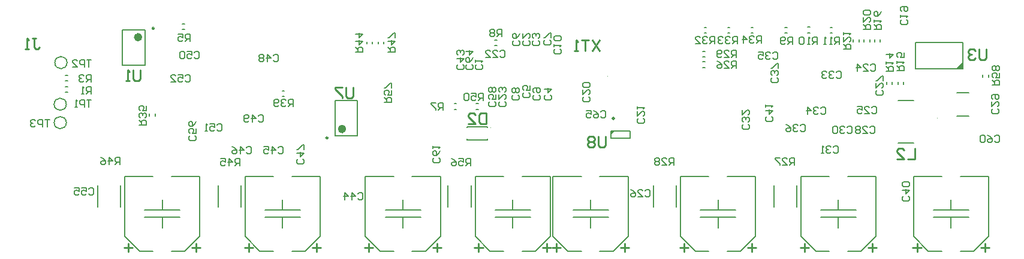
<source format=gbo>
G04*
G04 #@! TF.GenerationSoftware,Altium Limited,Altium Designer,20.0.11 (256)*
G04*
G04 Layer_Color=32896*
%FSLAX25Y25*%
%MOIN*%
G70*
G01*
G75*
%ADD10C,0.00394*%
%ADD11C,0.02362*%
%ADD12C,0.00984*%
%ADD13C,0.00787*%
%ADD14C,0.00600*%
%ADD15C,0.00500*%
%ADD16C,0.01968*%
%ADD18C,0.01000*%
%ADD20C,0.00598*%
%ADD128C,0.00591*%
G36*
X334043Y120898D02*
Y118689D01*
X336252Y120898D01*
X334043D01*
D02*
G37*
G36*
X529724Y155709D02*
Y159646D01*
X525787Y155709D01*
X529724D01*
D02*
G37*
D10*
X515503Y128102D02*
G03*
X515503Y128102I-197J0D01*
G01*
X267323Y122835D02*
G03*
X267323Y122835I-197J0D01*
G01*
X332283Y151378D02*
G03*
X332283Y151378I-197J0D01*
G01*
D11*
X185827Y122047D02*
G03*
X185827Y122047I-1181J0D01*
G01*
X72441Y173228D02*
G03*
X72441Y173228I-1181J0D01*
G01*
D12*
X176772Y117106D02*
G03*
X176772Y117106I-492J0D01*
G01*
X80118Y178169D02*
G03*
X80118Y178169I-492J0D01*
G01*
D13*
X526575Y129331D02*
X533268D01*
X526575Y142323D02*
X533268D01*
X503346Y155709D02*
X529724D01*
X503346D02*
Y170276D01*
X529724D01*
Y155709D02*
Y170276D01*
X437500Y78740D02*
Y90551D01*
X424705Y78740D02*
Y90551D01*
X370571Y78740D02*
Y90551D01*
X357775Y78740D02*
Y90551D01*
X256398Y78740D02*
Y90551D01*
X243602Y78740D02*
Y90551D01*
X254134Y115945D02*
Y116535D01*
X265551Y115945D02*
Y116535D01*
X254134Y122835D02*
Y123425D01*
X265551Y122835D02*
Y123425D01*
X254134Y115945D02*
X265551D01*
X254134Y123425D02*
X265551D01*
X180709Y118110D02*
Y137795D01*
X193307Y118110D02*
Y137795D01*
X180709Y118110D02*
X193307D01*
X180709Y137795D02*
X193307D01*
X128445Y78740D02*
Y90551D01*
X115649Y78740D02*
Y90551D01*
X493701Y114134D02*
X502362D01*
X493701Y137835D02*
X502362D01*
X61516Y78740D02*
Y90551D01*
X48720Y78740D02*
Y90551D01*
X62598Y157480D02*
X75197D01*
Y177165D01*
X62598Y157480D02*
Y177165D01*
X75197D01*
D14*
X372834Y62205D02*
X381102Y53937D01*
X372834Y62205D02*
Y95669D01*
X406299Y53937D02*
X414567Y62205D01*
Y95669D01*
X372834D02*
X388582D01*
X381102Y53937D02*
X388582D01*
X398819Y95669D02*
X414567D01*
X398819Y53937D02*
X406299D01*
X383858Y76772D02*
X403543D01*
X383858Y72835D02*
X403543D01*
X393701Y66929D02*
Y72835D01*
Y76772D02*
Y82677D01*
X130709Y62205D02*
X138976Y53937D01*
X130709Y62205D02*
Y95669D01*
X164173Y53937D02*
X172441Y62205D01*
Y95669D01*
X130709D02*
X146457D01*
X138976Y53937D02*
X146457D01*
X156693Y95669D02*
X172441D01*
X156693Y53937D02*
X164173D01*
X141732Y76772D02*
X161417D01*
X141732Y72835D02*
X161417D01*
X151575Y66929D02*
Y72835D01*
Y76772D02*
Y82677D01*
X502362Y62205D02*
X510630Y53937D01*
X502362Y62205D02*
Y95669D01*
X535827Y53937D02*
X544095Y62205D01*
Y95669D01*
X502362D02*
X518110D01*
X510630Y53937D02*
X518110D01*
X528346Y95669D02*
X544095D01*
X528346Y53937D02*
X535827D01*
X513386Y76772D02*
X533071D01*
X513386Y72835D02*
X533071D01*
X523228Y66929D02*
Y72835D01*
Y76772D02*
Y82677D01*
X258661Y62205D02*
X266929Y53937D01*
X258661Y62205D02*
Y95669D01*
X292126Y53937D02*
X300394Y62205D01*
Y95669D01*
X258661D02*
X274409D01*
X266929Y53937D02*
X274409D01*
X284646Y95669D02*
X300394D01*
X284646Y53937D02*
X292126D01*
X269685Y76772D02*
X289370D01*
X269685Y72835D02*
X289370D01*
X279527Y66929D02*
Y72835D01*
Y76772D02*
Y82677D01*
X301969Y62205D02*
X310236Y53937D01*
X301969Y62205D02*
Y95669D01*
X335433Y53937D02*
X343701Y62205D01*
Y95669D01*
X301969D02*
X317717D01*
X310236Y53937D02*
X317717D01*
X327953Y95669D02*
X343701D01*
X327953Y53937D02*
X335433D01*
X312992Y76772D02*
X332677D01*
X312992Y72835D02*
X332677D01*
X322834Y66929D02*
Y72835D01*
Y76772D02*
Y82677D01*
X439764Y62205D02*
X448032Y53937D01*
X439764Y62205D02*
Y95669D01*
X473228Y53937D02*
X481496Y62205D01*
Y95669D01*
X439764D02*
X455512D01*
X448032Y53937D02*
X455512D01*
X465748Y95669D02*
X481496D01*
X465748Y53937D02*
X473228D01*
X450787Y76772D02*
X470472D01*
X450787Y72835D02*
X470472D01*
X460630Y66929D02*
Y72835D01*
Y76772D02*
Y82677D01*
X197638Y62205D02*
X205905Y53937D01*
X197638Y62205D02*
Y95669D01*
X231102Y53937D02*
X239370Y62205D01*
Y95669D01*
X197638D02*
X213386D01*
X205905Y53937D02*
X213386D01*
X223622Y95669D02*
X239370D01*
X223622Y53937D02*
X231102D01*
X208661Y76772D02*
X228346D01*
X208661Y72835D02*
X228346D01*
X218504Y66929D02*
Y72835D01*
Y76772D02*
Y82677D01*
X63779Y62205D02*
X72047Y53937D01*
X63779Y62205D02*
Y95669D01*
X97244Y53937D02*
X105512Y62205D01*
Y95669D01*
X63779D02*
X79527D01*
X72047Y53937D02*
X79527D01*
X89764Y95669D02*
X105512D01*
X89764Y53937D02*
X97244D01*
X74803Y76772D02*
X94488D01*
X74803Y72835D02*
X94488D01*
X84645Y66929D02*
Y72835D01*
Y76772D02*
Y82677D01*
X547334Y117899D02*
X548001Y118566D01*
X549334D01*
X550000Y117899D01*
Y115233D01*
X549334Y114567D01*
X548001D01*
X547334Y115233D01*
X543335Y118566D02*
X544668Y117899D01*
X546001Y116566D01*
Y115233D01*
X545335Y114567D01*
X544002D01*
X543335Y115233D01*
Y115900D01*
X544002Y116566D01*
X546001D01*
X542003Y117899D02*
X541336Y118566D01*
X540003D01*
X539337Y117899D01*
Y115233D01*
X540003Y114567D01*
X541336D01*
X542003Y115233D01*
Y117899D01*
X498608Y182981D02*
X499274Y182314D01*
Y180981D01*
X498608Y180315D01*
X495942D01*
X495276Y180981D01*
Y182314D01*
X495942Y182981D01*
X495276Y184314D02*
Y185647D01*
Y184980D01*
X499274D01*
X498608Y184314D01*
X495942Y187646D02*
X495276Y188312D01*
Y189645D01*
X495942Y190312D01*
X498608D01*
X499274Y189645D01*
Y188312D01*
X498608Y187646D01*
X497941D01*
X497275Y188312D01*
Y190312D01*
X328437Y131679D02*
X329103Y132345D01*
X330436D01*
X331102Y131679D01*
Y129013D01*
X330436Y128347D01*
X329103D01*
X328437Y129013D01*
X324438Y132345D02*
X325771Y131679D01*
X327104Y130346D01*
Y129013D01*
X326437Y128347D01*
X325104D01*
X324438Y129013D01*
Y129679D01*
X325104Y130346D01*
X327104D01*
X320439Y132345D02*
X323105D01*
Y130346D01*
X321772Y131012D01*
X321106D01*
X320439Y130346D01*
Y129013D01*
X321106Y128347D01*
X322439D01*
X323105Y129013D01*
X256299Y101575D02*
Y105573D01*
X254300D01*
X253633Y104907D01*
Y103574D01*
X254300Y102908D01*
X256299D01*
X254966D02*
X253633Y101575D01*
X249635Y105573D02*
X252301D01*
Y103574D01*
X250968Y104241D01*
X250301D01*
X249635Y103574D01*
Y102241D01*
X250301Y101575D01*
X251634D01*
X252301Y102241D01*
X245636Y105573D02*
X246969Y104907D01*
X248302Y103574D01*
Y102241D01*
X247635Y101575D01*
X246302D01*
X245636Y102241D01*
Y102908D01*
X246302Y103574D01*
X248302D01*
X262992Y137795D02*
Y141794D01*
X260993D01*
X260326Y141128D01*
Y139795D01*
X260993Y139128D01*
X262992D01*
X261659D02*
X260326Y137795D01*
X256328Y141794D02*
X258993D01*
Y139795D01*
X257661Y140461D01*
X256994D01*
X256328Y139795D01*
Y138462D01*
X256994Y137795D01*
X258327D01*
X258993Y138462D01*
X254995Y141128D02*
X254328Y141794D01*
X252995D01*
X252329Y141128D01*
Y138462D01*
X252995Y137795D01*
X254328D01*
X254995Y138462D01*
Y141128D01*
X369291Y101969D02*
Y105967D01*
X367292D01*
X366625Y105301D01*
Y103968D01*
X367292Y103301D01*
X369291D01*
X367958D02*
X366625Y101969D01*
X362627D02*
X365293D01*
X362627Y104634D01*
Y105301D01*
X363293Y105967D01*
X364626D01*
X365293Y105301D01*
X361294D02*
X360628Y105967D01*
X359295D01*
X358628Y105301D01*
Y104634D01*
X359295Y103968D01*
X358628Y103301D01*
Y102635D01*
X359295Y101969D01*
X360628D01*
X361294Y102635D01*
Y103301D01*
X360628Y103968D01*
X361294Y104634D01*
Y105301D01*
X360628Y103968D02*
X359295D01*
X436221Y101969D02*
Y105967D01*
X434221D01*
X433555Y105301D01*
Y103968D01*
X434221Y103301D01*
X436221D01*
X434888D02*
X433555Y101969D01*
X429556D02*
X432222D01*
X429556Y104634D01*
Y105301D01*
X430222Y105967D01*
X431555D01*
X432222Y105301D01*
X428223Y105967D02*
X425557D01*
Y105301D01*
X428223Y102635D01*
Y101969D01*
X463386Y166535D02*
X467384D01*
Y168535D01*
X466718Y169201D01*
X465385D01*
X464719Y168535D01*
Y166535D01*
Y167868D02*
X463386Y169201D01*
Y173200D02*
Y170534D01*
X466052Y173200D01*
X466718D01*
X467384Y172534D01*
Y171201D01*
X466718Y170534D01*
X463386Y174533D02*
Y175866D01*
Y175199D01*
X467384D01*
X466718Y174533D01*
X474409Y177559D02*
X478408D01*
Y179558D01*
X477742Y180225D01*
X476409D01*
X475742Y179558D01*
Y177559D01*
Y178892D02*
X474409Y180225D01*
Y184224D02*
Y181558D01*
X477075Y184224D01*
X477742D01*
X478408Y183557D01*
Y182224D01*
X477742Y181558D01*
Y185556D02*
X478408Y186223D01*
Y187556D01*
X477742Y188222D01*
X475076D01*
X474409Y187556D01*
Y186223D01*
X475076Y185556D01*
X477742D01*
X480315Y177559D02*
X484314D01*
Y179558D01*
X483647Y180225D01*
X482314D01*
X481648Y179558D01*
Y177559D01*
Y178892D02*
X480315Y180225D01*
Y181558D02*
Y182891D01*
Y182224D01*
X484314D01*
X483647Y181558D01*
X484314Y187556D02*
X483647Y186223D01*
X482314Y184890D01*
X480981D01*
X480315Y185556D01*
Y186889D01*
X480981Y187556D01*
X481648D01*
X482314Y186889D01*
Y184890D01*
X493307Y154724D02*
X497306D01*
Y156724D01*
X496639Y157390D01*
X495306D01*
X494640Y156724D01*
Y154724D01*
Y156057D02*
X493307Y157390D01*
Y158723D02*
Y160056D01*
Y159390D01*
X497306D01*
X496639Y158723D01*
X497306Y164721D02*
Y162055D01*
X495306D01*
X495973Y163388D01*
Y164055D01*
X495306Y164721D01*
X493973D01*
X493307Y164055D01*
Y162722D01*
X493973Y162055D01*
X487008Y154331D02*
X491007D01*
Y156330D01*
X490340Y156997D01*
X489007D01*
X488341Y156330D01*
Y154331D01*
Y155664D02*
X487008Y156997D01*
Y158329D02*
Y159662D01*
Y158996D01*
X491007D01*
X490340Y158329D01*
X487008Y163661D02*
X491007D01*
X489007Y161662D01*
Y164328D01*
X461024Y169291D02*
Y173290D01*
X459024D01*
X458358Y172624D01*
Y171291D01*
X459024Y170624D01*
X461024D01*
X459691D02*
X458358Y169291D01*
X457025D02*
X455692D01*
X456359D01*
Y173290D01*
X457025Y172624D01*
X453693Y169291D02*
X452360D01*
X453026D01*
Y173290D01*
X453693Y172624D01*
X448819Y169379D02*
Y173378D01*
X446820D01*
X446153Y172712D01*
Y171379D01*
X446820Y170712D01*
X448819D01*
X447486D02*
X446153Y169379D01*
X444820D02*
X443487D01*
X444154D01*
Y173378D01*
X444820Y172712D01*
X441488D02*
X440822Y173378D01*
X439489D01*
X438822Y172712D01*
Y170046D01*
X439489Y169379D01*
X440822D01*
X441488Y170046D01*
Y172712D01*
X435039Y169291D02*
Y173290D01*
X433040D01*
X432374Y172624D01*
Y171291D01*
X433040Y170624D01*
X435039D01*
X433707D02*
X432374Y169291D01*
X431041Y169958D02*
X430374Y169291D01*
X429041D01*
X428375Y169958D01*
Y172624D01*
X429041Y173290D01*
X430374D01*
X431041Y172624D01*
Y171957D01*
X430374Y171291D01*
X428375D01*
X273622Y173622D02*
Y177621D01*
X271623D01*
X270956Y176954D01*
Y175621D01*
X271623Y174955D01*
X273622D01*
X272289D02*
X270956Y173622D01*
X269623Y176954D02*
X268957Y177621D01*
X267624D01*
X266957Y176954D01*
Y176288D01*
X267624Y175621D01*
X266957Y174955D01*
Y174288D01*
X267624Y173622D01*
X268957D01*
X269623Y174288D01*
Y174955D01*
X268957Y175621D01*
X269623Y176288D01*
Y176954D01*
X268957Y175621D02*
X267624D01*
X240945Y132677D02*
Y136676D01*
X238946D01*
X238279Y136009D01*
Y134677D01*
X238946Y134010D01*
X240945D01*
X239612D02*
X238279Y132677D01*
X236946Y136676D02*
X234280D01*
Y136009D01*
X236946Y133344D01*
Y132677D01*
X100000Y170866D02*
Y174865D01*
X98001D01*
X97334Y174198D01*
Y172865D01*
X98001Y172199D01*
X100000D01*
X98667D02*
X97334Y170866D01*
X93335Y174865D02*
X96001D01*
Y172865D01*
X94668Y173532D01*
X94002D01*
X93335Y172865D01*
Y171533D01*
X94002Y170866D01*
X95335D01*
X96001Y171533D01*
X45276Y148425D02*
Y152424D01*
X43276D01*
X42610Y151758D01*
Y150425D01*
X43276Y149758D01*
X45276D01*
X43943D02*
X42610Y148425D01*
X41277Y151758D02*
X40610Y152424D01*
X39277D01*
X38611Y151758D01*
Y151091D01*
X39277Y150425D01*
X39944D01*
X39277D01*
X38611Y149758D01*
Y149092D01*
X39277Y148425D01*
X40610D01*
X41277Y149092D01*
X45276Y141732D02*
Y145731D01*
X43276D01*
X42610Y145064D01*
Y143732D01*
X43276Y143065D01*
X45276D01*
X43943D02*
X42610Y141732D01*
X41277D02*
X39944D01*
X40610D01*
Y145731D01*
X41277Y145064D01*
X238372Y105815D02*
X239038Y105149D01*
Y103816D01*
X238372Y103150D01*
X235706D01*
X235039Y103816D01*
Y105149D01*
X235706Y105815D01*
X239038Y109814D02*
X238372Y108481D01*
X237039Y107148D01*
X235706D01*
X235039Y107815D01*
Y109148D01*
X235706Y109814D01*
X236372D01*
X237039Y109148D01*
Y107148D01*
X235039Y111147D02*
Y112480D01*
Y111813D01*
X239038D01*
X238372Y111147D01*
X269474Y137311D02*
X270140Y136645D01*
Y135312D01*
X269474Y134646D01*
X266808D01*
X266142Y135312D01*
Y136645D01*
X266808Y137311D01*
X270140Y141310D02*
Y138644D01*
X268141D01*
X268808Y139977D01*
Y140644D01*
X268141Y141310D01*
X266808D01*
X266142Y140644D01*
Y139311D01*
X266808Y138644D01*
X269474Y142643D02*
X270140Y143309D01*
Y144642D01*
X269474Y145309D01*
X268808D01*
X268141Y144642D01*
X267475Y145309D01*
X266808D01*
X266142Y144642D01*
Y143309D01*
X266808Y142643D01*
X267475D01*
X268141Y143309D01*
X268808Y142643D01*
X269474D01*
X268141Y143309D02*
Y144642D01*
X423411Y129044D02*
X424078Y128377D01*
Y127044D01*
X423411Y126378D01*
X420745D01*
X420079Y127044D01*
Y128377D01*
X420745Y129044D01*
X420079Y132376D02*
X424078D01*
X422078Y130377D01*
Y133043D01*
X420079Y134375D02*
Y135708D01*
Y135042D01*
X424078D01*
X423411Y134375D01*
X499395Y84556D02*
X500062Y83889D01*
Y82556D01*
X499395Y81890D01*
X496729D01*
X496063Y82556D01*
Y83889D01*
X496729Y84556D01*
X496063Y87888D02*
X500062D01*
X498062Y85888D01*
Y88554D01*
X499395Y89887D02*
X500062Y90554D01*
Y91887D01*
X499395Y92553D01*
X496729D01*
X496063Y91887D01*
Y90554D01*
X496729Y89887D01*
X499395D01*
X426561Y150697D02*
X427227Y150031D01*
Y148698D01*
X426561Y148031D01*
X423895D01*
X423228Y148698D01*
Y150031D01*
X423895Y150697D01*
X426561Y152030D02*
X427227Y152697D01*
Y154030D01*
X426561Y154696D01*
X425894D01*
X425228Y154030D01*
Y153363D01*
Y154030D01*
X424561Y154696D01*
X423895D01*
X423228Y154030D01*
Y152697D01*
X423895Y152030D01*
X427227Y156029D02*
Y158695D01*
X426561D01*
X423895Y156029D01*
X423228D01*
X439460Y123805D02*
X440127Y124471D01*
X441460D01*
X442126Y123805D01*
Y121139D01*
X441460Y120472D01*
X440127D01*
X439460Y121139D01*
X438127Y123805D02*
X437461Y124471D01*
X436128D01*
X435462Y123805D01*
Y123138D01*
X436128Y122472D01*
X436794D01*
X436128D01*
X435462Y121805D01*
Y121139D01*
X436128Y120472D01*
X437461D01*
X438127Y121139D01*
X431463Y124471D02*
X432796Y123805D01*
X434129Y122472D01*
Y121139D01*
X433462Y120472D01*
X432129D01*
X431463Y121139D01*
Y121805D01*
X432129Y122472D01*
X434129D01*
X424106Y164356D02*
X424772Y165022D01*
X426105D01*
X426772Y164356D01*
Y161690D01*
X426105Y161024D01*
X424772D01*
X424106Y161690D01*
X422773Y164356D02*
X422107Y165022D01*
X420774D01*
X420107Y164356D01*
Y163689D01*
X420774Y163023D01*
X421440D01*
X420774D01*
X420107Y162356D01*
Y161690D01*
X420774Y161024D01*
X422107D01*
X422773Y161690D01*
X416108Y165022D02*
X418774D01*
Y163023D01*
X417441Y163689D01*
X416775D01*
X416108Y163023D01*
Y161690D01*
X416775Y161024D01*
X418108D01*
X418774Y161690D01*
X450878Y133647D02*
X451544Y134314D01*
X452877D01*
X453543Y133647D01*
Y130981D01*
X452877Y130315D01*
X451544D01*
X450878Y130981D01*
X449545Y133647D02*
X448878Y134314D01*
X447545D01*
X446879Y133647D01*
Y132981D01*
X447545Y132314D01*
X448212D01*
X447545D01*
X446879Y131648D01*
Y130981D01*
X447545Y130315D01*
X448878D01*
X449545Y130981D01*
X443546Y130315D02*
Y134314D01*
X445546Y132314D01*
X442880D01*
X459539Y153726D02*
X460205Y154392D01*
X461538D01*
X462205Y153726D01*
Y151060D01*
X461538Y150394D01*
X460205D01*
X459539Y151060D01*
X458206Y153726D02*
X457540Y154392D01*
X456207D01*
X455540Y153726D01*
Y153059D01*
X456207Y152393D01*
X456873D01*
X456207D01*
X455540Y151727D01*
Y151060D01*
X456207Y150394D01*
X457540D01*
X458206Y151060D01*
X454207Y153726D02*
X453541Y154392D01*
X452208D01*
X451542Y153726D01*
Y153059D01*
X452208Y152393D01*
X452874D01*
X452208D01*
X451542Y151727D01*
Y151060D01*
X452208Y150394D01*
X453541D01*
X454207Y151060D01*
X410419Y124749D02*
X411085Y124082D01*
Y122749D01*
X410419Y122083D01*
X407753D01*
X407087Y122749D01*
Y124082D01*
X407753Y124749D01*
X410419Y126081D02*
X411085Y126748D01*
Y128081D01*
X410419Y128747D01*
X409752D01*
X409086Y128081D01*
Y127414D01*
Y128081D01*
X408420Y128747D01*
X407753D01*
X407087Y128081D01*
Y126748D01*
X407753Y126081D01*
X407087Y132746D02*
Y130080D01*
X409752Y132746D01*
X410419D01*
X411085Y132080D01*
Y130747D01*
X410419Y130080D01*
X457964Y111994D02*
X458631Y112660D01*
X459964D01*
X460630Y111994D01*
Y109328D01*
X459964Y108661D01*
X458631D01*
X457964Y109328D01*
X456631Y111994D02*
X455965Y112660D01*
X454632D01*
X453965Y111994D01*
Y111327D01*
X454632Y110661D01*
X455298D01*
X454632D01*
X453965Y109994D01*
Y109328D01*
X454632Y108661D01*
X455965D01*
X456631Y109328D01*
X452633Y108661D02*
X451300D01*
X451966D01*
Y112660D01*
X452633Y111994D01*
X465444Y123017D02*
X466111Y123684D01*
X467444D01*
X468110Y123017D01*
Y120352D01*
X467444Y119685D01*
X466111D01*
X465444Y120352D01*
X464112Y123017D02*
X463445Y123684D01*
X462112D01*
X461446Y123017D01*
Y122351D01*
X462112Y121684D01*
X462779D01*
X462112D01*
X461446Y121018D01*
Y120352D01*
X462112Y119685D01*
X463445D01*
X464112Y120352D01*
X460113Y123017D02*
X459446Y123684D01*
X458113D01*
X457447Y123017D01*
Y120352D01*
X458113Y119685D01*
X459446D01*
X460113Y120352D01*
Y123017D01*
X549002Y133375D02*
X549668Y132708D01*
Y131375D01*
X549002Y130709D01*
X546336D01*
X545669Y131375D01*
Y132708D01*
X546336Y133375D01*
X545669Y137373D02*
Y134707D01*
X548335Y137373D01*
X549002D01*
X549668Y136707D01*
Y135374D01*
X549002Y134707D01*
X546336Y138706D02*
X545669Y139373D01*
Y140705D01*
X546336Y141372D01*
X549002D01*
X549668Y140705D01*
Y139373D01*
X549002Y138706D01*
X548335D01*
X547669Y139373D01*
Y141372D01*
X478043Y123017D02*
X478709Y123684D01*
X480042D01*
X480709Y123017D01*
Y120352D01*
X480042Y119685D01*
X478709D01*
X478043Y120352D01*
X474044Y119685D02*
X476710D01*
X474044Y122351D01*
Y123017D01*
X474711Y123684D01*
X476044D01*
X476710Y123017D01*
X472711D02*
X472045Y123684D01*
X470712D01*
X470045Y123017D01*
Y122351D01*
X470712Y121684D01*
X470045Y121018D01*
Y120352D01*
X470712Y119685D01*
X472045D01*
X472711Y120352D01*
Y121018D01*
X472045Y121684D01*
X472711Y122351D01*
Y123017D01*
X472045Y121684D02*
X470712D01*
X484828Y143611D02*
X485495Y142944D01*
Y141611D01*
X484828Y140945D01*
X482163D01*
X481496Y141611D01*
Y142944D01*
X482163Y143611D01*
X481496Y147609D02*
Y144944D01*
X484162Y147609D01*
X484828D01*
X485495Y146943D01*
Y145610D01*
X484828Y144944D01*
X485495Y148942D02*
Y151608D01*
X484828D01*
X482163Y148942D01*
X481496D01*
X353240Y87584D02*
X353906Y88251D01*
X355239D01*
X355906Y87584D01*
Y84918D01*
X355239Y84252D01*
X353906D01*
X353240Y84918D01*
X349241Y84252D02*
X351907D01*
X349241Y86918D01*
Y87584D01*
X349907Y88251D01*
X351240D01*
X351907Y87584D01*
X345242Y88251D02*
X346575Y87584D01*
X347908Y86251D01*
Y84918D01*
X347242Y84252D01*
X345909D01*
X345242Y84918D01*
Y85585D01*
X345909Y86251D01*
X347908D01*
X479224Y134041D02*
X479890Y134707D01*
X481223D01*
X481890Y134041D01*
Y131375D01*
X481223Y130709D01*
X479890D01*
X479224Y131375D01*
X475225Y130709D02*
X477891D01*
X475225Y133375D01*
Y134041D01*
X475892Y134707D01*
X477225D01*
X477891Y134041D01*
X471227Y134707D02*
X473892D01*
Y132708D01*
X472559Y133375D01*
X471893D01*
X471227Y132708D01*
Y131375D01*
X471893Y130709D01*
X473226D01*
X473892Y131375D01*
X478633Y157663D02*
X479300Y158329D01*
X480633D01*
X481299Y157663D01*
Y154997D01*
X480633Y154331D01*
X479300D01*
X478633Y154997D01*
X474635Y154331D02*
X477300D01*
X474635Y156997D01*
Y157663D01*
X475301Y158329D01*
X476634D01*
X477300Y157663D01*
X471302Y154331D02*
Y158329D01*
X473302Y156330D01*
X470636D01*
X274986Y137311D02*
X275652Y136645D01*
Y135312D01*
X274986Y134646D01*
X272320D01*
X271654Y135312D01*
Y136645D01*
X272320Y137311D01*
X271654Y141310D02*
Y138644D01*
X274319Y141310D01*
X274986D01*
X275652Y140644D01*
Y139311D01*
X274986Y138644D01*
Y142643D02*
X275652Y143309D01*
Y144642D01*
X274986Y145309D01*
X274319D01*
X273653Y144642D01*
Y143976D01*
Y144642D01*
X272986Y145309D01*
X272320D01*
X271654Y144642D01*
Y143309D01*
X272320Y142643D01*
X272531Y165143D02*
X273198Y165810D01*
X274530D01*
X275197Y165143D01*
Y162478D01*
X274530Y161811D01*
X273198D01*
X272531Y162478D01*
X268532Y161811D02*
X271198D01*
X268532Y164477D01*
Y165143D01*
X269199Y165810D01*
X270532D01*
X271198Y165143D01*
X264534Y161811D02*
X267199D01*
X264534Y164477D01*
Y165143D01*
X265200Y165810D01*
X266533D01*
X267199Y165143D01*
X352151Y127863D02*
X352818Y127196D01*
Y125863D01*
X352151Y125197D01*
X349485D01*
X348819Y125863D01*
Y127196D01*
X349485Y127863D01*
X348819Y131861D02*
Y129196D01*
X351485Y131861D01*
X352151D01*
X352818Y131195D01*
Y129862D01*
X352151Y129196D01*
X348819Y133194D02*
Y134527D01*
Y133861D01*
X352818D01*
X352151Y133194D01*
X321836Y140067D02*
X322503Y139401D01*
Y138068D01*
X321836Y137402D01*
X319170D01*
X318504Y138068D01*
Y139401D01*
X319170Y140067D01*
X318504Y144066D02*
Y141400D01*
X321170Y144066D01*
X321836D01*
X322503Y143400D01*
Y142067D01*
X321836Y141400D01*
Y145399D02*
X322503Y146065D01*
Y147398D01*
X321836Y148065D01*
X319170D01*
X318504Y147398D01*
Y146065D01*
X319170Y145399D01*
X321836D01*
X305695Y166445D02*
X306361Y165779D01*
Y164446D01*
X305695Y163779D01*
X303029D01*
X302362Y164446D01*
Y165779D01*
X303029Y166445D01*
X302362Y167778D02*
Y169111D01*
Y168445D01*
X306361D01*
X305695Y167778D01*
Y171110D02*
X306361Y171777D01*
Y173110D01*
X305695Y173776D01*
X303029D01*
X302362Y173110D01*
Y171777D01*
X303029Y171110D01*
X305695D01*
X294277Y140855D02*
X294944Y140188D01*
Y138855D01*
X294277Y138189D01*
X291611D01*
X290945Y138855D01*
Y140188D01*
X291611Y140855D01*
Y142188D02*
X290945Y142854D01*
Y144187D01*
X291611Y144853D01*
X294277D01*
X294944Y144187D01*
Y142854D01*
X294277Y142188D01*
X293611D01*
X292944Y142854D01*
Y144853D01*
X282466Y140855D02*
X283133Y140188D01*
Y138855D01*
X282466Y138189D01*
X279800D01*
X279134Y138855D01*
Y140188D01*
X279800Y140855D01*
X282466Y142188D02*
X283133Y142854D01*
Y144187D01*
X282466Y144853D01*
X281800D01*
X281133Y144187D01*
X280467Y144853D01*
X279800D01*
X279134Y144187D01*
Y142854D01*
X279800Y142188D01*
X280467D01*
X281133Y142854D01*
X281800Y142188D01*
X282466D01*
X281133Y142854D02*
Y144187D01*
X300183Y171563D02*
X300849Y170897D01*
Y169564D01*
X300183Y168898D01*
X297517D01*
X296850Y169564D01*
Y170897D01*
X297517Y171563D01*
X300849Y172896D02*
Y175562D01*
X300183D01*
X297517Y172896D01*
X296850D01*
X282860Y171170D02*
X283526Y170503D01*
Y169170D01*
X282860Y168504D01*
X280194D01*
X279528Y169170D01*
Y170503D01*
X280194Y171170D01*
X283526Y175169D02*
X282860Y173836D01*
X281527Y172503D01*
X280194D01*
X279528Y173169D01*
Y174502D01*
X280194Y175169D01*
X280860D01*
X281527Y174502D01*
Y172503D01*
X288372Y142430D02*
X289038Y141763D01*
Y140430D01*
X288372Y139764D01*
X285706D01*
X285039Y140430D01*
Y141763D01*
X285706Y142430D01*
X289038Y146428D02*
Y143763D01*
X287039D01*
X287705Y145095D01*
Y145762D01*
X287039Y146428D01*
X285706D01*
X285039Y145762D01*
Y144429D01*
X285706Y143763D01*
X300576Y140855D02*
X301243Y140188D01*
Y138855D01*
X300576Y138189D01*
X297910D01*
X297244Y138855D01*
Y140188D01*
X297910Y140855D01*
X297244Y144187D02*
X301243D01*
X299243Y142188D01*
Y144853D01*
X293883Y171170D02*
X294550Y170503D01*
Y169170D01*
X293883Y168504D01*
X291218D01*
X290551Y169170D01*
Y170503D01*
X291218Y171170D01*
X293883Y172503D02*
X294550Y173169D01*
Y174502D01*
X293883Y175169D01*
X293217D01*
X292550Y174502D01*
Y173836D01*
Y174502D01*
X291884Y175169D01*
X291218D01*
X290551Y174502D01*
Y173169D01*
X291218Y172503D01*
X288372Y171170D02*
X289038Y170503D01*
Y169170D01*
X288372Y168504D01*
X285706D01*
X285039Y169170D01*
Y170503D01*
X285706Y171170D01*
X285039Y175169D02*
Y172503D01*
X287705Y175169D01*
X288372D01*
X289038Y174502D01*
Y173169D01*
X288372Y172503D01*
X261994Y157784D02*
X262660Y157117D01*
Y155785D01*
X261994Y155118D01*
X259328D01*
X258661Y155785D01*
Y157117D01*
X259328Y157784D01*
X258661Y159117D02*
Y160450D01*
Y159783D01*
X262660D01*
X261994Y159117D01*
X251758Y157784D02*
X252424Y157117D01*
Y155785D01*
X251758Y155118D01*
X249092D01*
X248425Y155785D01*
Y157117D01*
X249092Y157784D01*
X248425Y161116D02*
X252424D01*
X250425Y159117D01*
Y161783D01*
X251758Y163116D02*
X252424Y163782D01*
Y165115D01*
X251758Y165781D01*
X251091D01*
X250425Y165115D01*
Y164448D01*
Y165115D01*
X249758Y165781D01*
X249092D01*
X248425Y165115D01*
Y163782D01*
X249092Y163116D01*
X43791Y88765D02*
X44457Y89432D01*
X45790D01*
X46457Y88765D01*
Y86099D01*
X45790Y85433D01*
X44457D01*
X43791Y86099D01*
X39792Y89432D02*
X42458D01*
Y87432D01*
X41125Y88099D01*
X40459D01*
X39792Y87432D01*
Y86099D01*
X40459Y85433D01*
X41791D01*
X42458Y86099D01*
X35794Y89432D02*
X38459D01*
Y87432D01*
X37126Y88099D01*
X36460D01*
X35794Y87432D01*
Y86099D01*
X36460Y85433D01*
X37793D01*
X38459Y86099D01*
X149303Y111600D02*
X149969Y112266D01*
X151302D01*
X151969Y111600D01*
Y108934D01*
X151302Y108268D01*
X149969D01*
X149303Y108934D01*
X145970Y108268D02*
Y112266D01*
X147970Y110267D01*
X145304D01*
X141305Y112266D02*
X143971D01*
Y110267D01*
X142638Y110933D01*
X141972D01*
X141305Y110267D01*
Y108934D01*
X141972Y108268D01*
X143305D01*
X143971Y108934D01*
X131586Y111600D02*
X132253Y112266D01*
X133586D01*
X134252Y111600D01*
Y108934D01*
X133586Y108268D01*
X132253D01*
X131586Y108934D01*
X128254Y108268D02*
Y112266D01*
X130253Y110267D01*
X127587D01*
X123589Y112266D02*
X124922Y111600D01*
X126254Y110267D01*
Y108934D01*
X125588Y108268D01*
X124255D01*
X123589Y108934D01*
Y109601D01*
X124255Y110267D01*
X126254D01*
X162781Y105422D02*
X163447Y104755D01*
Y103422D01*
X162781Y102756D01*
X160115D01*
X159449Y103422D01*
Y104755D01*
X160115Y105422D01*
X159449Y108754D02*
X163447D01*
X161448Y106755D01*
Y109420D01*
X163447Y110753D02*
Y113419D01*
X162781D01*
X160115Y110753D01*
X159449D01*
X138279Y129316D02*
X138945Y129983D01*
X140278D01*
X140945Y129316D01*
Y126651D01*
X140278Y125984D01*
X138945D01*
X138279Y126651D01*
X134947Y125984D02*
Y129983D01*
X136946Y127984D01*
X134280D01*
X132948Y126651D02*
X132281Y125984D01*
X130948D01*
X130282Y126651D01*
Y129316D01*
X130948Y129983D01*
X132281D01*
X132948Y129316D01*
Y128650D01*
X132281Y127984D01*
X130282D01*
X102452Y164750D02*
X103119Y165416D01*
X104452D01*
X105118Y164750D01*
Y162084D01*
X104452Y161417D01*
X103119D01*
X102452Y162084D01*
X98454Y165416D02*
X101119D01*
Y163417D01*
X99787Y164083D01*
X99120D01*
X98454Y163417D01*
Y162084D01*
X99120Y161417D01*
X100453D01*
X101119Y162084D01*
X97121Y164750D02*
X96454Y165416D01*
X95121D01*
X94455Y164750D01*
Y162084D01*
X95121Y161417D01*
X96454D01*
X97121Y162084D01*
Y164750D01*
X115051Y124198D02*
X115717Y124865D01*
X117050D01*
X117717Y124198D01*
Y121533D01*
X117050Y120866D01*
X115717D01*
X115051Y121533D01*
X111052Y124865D02*
X113718D01*
Y122865D01*
X112385Y123532D01*
X111718D01*
X111052Y122865D01*
Y121533D01*
X111718Y120866D01*
X113051D01*
X113718Y121533D01*
X109719Y120866D02*
X108386D01*
X109053D01*
Y124865D01*
X109719Y124198D01*
X97334Y151758D02*
X98001Y152424D01*
X99334D01*
X100000Y151758D01*
Y149092D01*
X99334Y148425D01*
X98001D01*
X97334Y149092D01*
X93335Y152424D02*
X96001D01*
Y150425D01*
X94668Y151091D01*
X94002D01*
X93335Y150425D01*
Y149092D01*
X94002Y148425D01*
X95335D01*
X96001Y149092D01*
X89337Y148425D02*
X92003D01*
X89337Y151091D01*
Y151758D01*
X90003Y152424D01*
X91336D01*
X92003Y151758D01*
X193397Y86009D02*
X194064Y86676D01*
X195396D01*
X196063Y86009D01*
Y83344D01*
X195396Y82677D01*
X194064D01*
X193397Y83344D01*
X190065Y82677D02*
Y86676D01*
X192064Y84676D01*
X189399D01*
X186066Y82677D02*
Y86676D01*
X188066Y84676D01*
X185400D01*
X102939Y118414D02*
X103605Y117747D01*
Y116414D01*
X102939Y115748D01*
X100273D01*
X99606Y116414D01*
Y117747D01*
X100273Y118414D01*
X103605Y122413D02*
Y119747D01*
X101606D01*
X102272Y121080D01*
Y121746D01*
X101606Y122413D01*
X100273D01*
X99606Y121746D01*
Y120413D01*
X100273Y119747D01*
X103605Y126411D02*
X102939Y125078D01*
X101606Y123746D01*
X100273D01*
X99606Y124412D01*
Y125745D01*
X100273Y126411D01*
X100939D01*
X101606Y125745D01*
Y123746D01*
X71653Y124409D02*
X75652D01*
Y126409D01*
X74986Y127075D01*
X73653D01*
X72986Y126409D01*
Y124409D01*
Y125742D02*
X71653Y127075D01*
X74986Y128408D02*
X75652Y129075D01*
Y130408D01*
X74986Y131074D01*
X74319D01*
X73653Y130408D01*
Y129741D01*
Y130408D01*
X72986Y131074D01*
X72320D01*
X71653Y130408D01*
Y129075D01*
X72320Y128408D01*
X75652Y135073D02*
Y132407D01*
X73653D01*
X74319Y133740D01*
Y134406D01*
X73653Y135073D01*
X72320D01*
X71653Y134406D01*
Y133073D01*
X72320Y132407D01*
X157480Y134646D02*
Y138644D01*
X155481D01*
X154815Y137978D01*
Y136645D01*
X155481Y135979D01*
X157480D01*
X156147D02*
X154815Y134646D01*
X153482Y137978D02*
X152815Y138644D01*
X151482D01*
X150816Y137978D01*
Y137311D01*
X151482Y136645D01*
X152149D01*
X151482D01*
X150816Y135979D01*
Y135312D01*
X151482Y134646D01*
X152815D01*
X153482Y135312D01*
X149483D02*
X148816Y134646D01*
X147484D01*
X146817Y135312D01*
Y137978D01*
X147484Y138644D01*
X148816D01*
X149483Y137978D01*
Y137311D01*
X148816Y136645D01*
X146817D01*
X127953Y101614D02*
Y105613D01*
X125953D01*
X125287Y104946D01*
Y103614D01*
X125953Y102947D01*
X127953D01*
X126620D02*
X125287Y101614D01*
X121955D02*
Y105613D01*
X123954Y103614D01*
X121288D01*
X117289Y105613D02*
X119955D01*
Y103614D01*
X118622Y104280D01*
X117956D01*
X117289Y103614D01*
Y102281D01*
X117956Y101614D01*
X119289D01*
X119955Y102281D01*
X61024Y102362D02*
Y106361D01*
X59024D01*
X58358Y105694D01*
Y104362D01*
X59024Y103695D01*
X61024D01*
X59691D02*
X58358Y102362D01*
X55026D02*
Y106361D01*
X57025Y104362D01*
X54359D01*
X50360Y106361D02*
X51693Y105694D01*
X53026Y104362D01*
Y103029D01*
X52360Y102362D01*
X51027D01*
X50360Y103029D01*
Y103695D01*
X51027Y104362D01*
X53026D01*
X391732Y169685D02*
Y173684D01*
X389733D01*
X389067Y173017D01*
Y171684D01*
X389733Y171018D01*
X391732D01*
X390399D02*
X389067Y169685D01*
X387734Y173017D02*
X387067Y173684D01*
X385734D01*
X385068Y173017D01*
Y172351D01*
X385734Y171684D01*
X386401D01*
X385734D01*
X385068Y171018D01*
Y170352D01*
X385734Y169685D01*
X387067D01*
X387734Y170352D01*
X381069Y169685D02*
X383735D01*
X381069Y172351D01*
Y173017D01*
X381735Y173684D01*
X383068D01*
X383735Y173017D01*
X404331Y169685D02*
Y173684D01*
X402331D01*
X401665Y173017D01*
Y171684D01*
X402331Y171018D01*
X404331D01*
X402998D02*
X401665Y169685D01*
X400332Y173017D02*
X399665Y173684D01*
X398333D01*
X397666Y173017D01*
Y172351D01*
X398333Y171684D01*
X398999D01*
X398333D01*
X397666Y171018D01*
Y170352D01*
X398333Y169685D01*
X399665D01*
X400332Y170352D01*
X396333Y173017D02*
X395667Y173684D01*
X394334D01*
X393668Y173017D01*
Y172351D01*
X394334Y171684D01*
X395000D01*
X394334D01*
X393668Y171018D01*
Y170352D01*
X394334Y169685D01*
X395667D01*
X396333Y170352D01*
X417717Y170079D02*
Y174077D01*
X415717D01*
X415051Y173411D01*
Y172078D01*
X415717Y171412D01*
X417717D01*
X416384D02*
X415051Y170079D01*
X413718Y173411D02*
X413051Y174077D01*
X411719D01*
X411052Y173411D01*
Y172745D01*
X411719Y172078D01*
X412385D01*
X411719D01*
X411052Y171412D01*
Y170745D01*
X411719Y170079D01*
X413051D01*
X413718Y170745D01*
X407720Y170079D02*
Y174077D01*
X409719Y172078D01*
X407053D01*
X146350Y163081D02*
X147016Y163747D01*
X148349D01*
X149016Y163081D01*
Y160415D01*
X148349Y159749D01*
X147016D01*
X146350Y160415D01*
X143018Y159749D02*
Y163747D01*
X145017Y161748D01*
X142351D01*
X141018Y163081D02*
X140352Y163747D01*
X139019D01*
X138352Y163081D01*
Y162415D01*
X139019Y161748D01*
X138352Y161082D01*
Y160415D01*
X139019Y159749D01*
X140352D01*
X141018Y160415D01*
Y161082D01*
X140352Y161748D01*
X141018Y162415D01*
Y163081D01*
X140352Y161748D02*
X139019D01*
D15*
X31353Y135827D02*
G03*
X31353Y135827I-3400J0D01*
G01*
X31747Y159055D02*
G03*
X31747Y159055I-3400J0D01*
G01*
X31353Y125591D02*
G03*
X31353Y125591I-3400J0D01*
G01*
X334043Y116898D02*
Y120898D01*
Y116898D02*
X344673Y116898D01*
Y120898D01*
X334043Y120898D02*
X344673Y120898D01*
X385227Y165380D02*
X386427D01*
X385227Y162180D02*
X386427D01*
X385227Y159474D02*
X386427D01*
X385227Y156274D02*
X386427D01*
X198400Y169479D02*
Y170679D01*
X201600Y169479D02*
Y170679D01*
X204699Y169479D02*
Y170679D01*
X207899Y169479D02*
Y170679D01*
X80734Y129321D02*
Y130521D01*
X77534Y129321D02*
Y130521D01*
X496875Y147038D02*
Y148238D01*
X493676Y147038D02*
Y148238D01*
X490576Y147038D02*
Y148238D01*
X487376Y147038D02*
Y148238D01*
X483883Y170660D02*
Y171860D01*
X480683Y170660D02*
Y171860D01*
X474778Y170660D02*
Y171860D01*
X477978Y170660D02*
Y171860D01*
X468872Y170660D02*
Y171860D01*
X472072Y170660D02*
Y171860D01*
X456093Y175565D02*
X457293D01*
X456093Y178765D02*
X457293D01*
X443495Y175654D02*
X444695D01*
X443495Y178853D02*
X444695D01*
X430896Y175565D02*
X432096D01*
X430896Y178765D02*
X432096D01*
X411998Y178765D02*
X413198D01*
X411998Y175566D02*
X413198D01*
X399006Y178765D02*
X400206D01*
X399006Y175565D02*
X400206D01*
X386014Y178765D02*
X387214D01*
X386014Y175566D02*
X387214D01*
X269479Y171679D02*
X270679D01*
X269479Y168479D02*
X270679D01*
X259243Y136246D02*
X260443D01*
X259243Y133045D02*
X260443D01*
X247038Y136246D02*
X248238D01*
X247038Y133046D02*
X248238D01*
X151368Y140132D02*
X152568D01*
X151368Y143332D02*
X152568D01*
X30896Y145694D02*
X32096D01*
X30896Y142494D02*
X32096D01*
X30896Y151994D02*
X32096D01*
X30896Y148794D02*
X32096D01*
X95857Y180734D02*
X97057D01*
X95857Y177534D02*
X97057D01*
X544120Y150975D02*
Y152175D01*
X540920Y150975D02*
Y152175D01*
D16*
X335592Y127836D02*
X335611Y127854D01*
X335630Y127836D01*
X335611Y127817D01*
X335592Y127836D01*
D18*
X410236Y55905D02*
X414960D01*
X412598Y53543D02*
Y58268D01*
X374803Y53543D02*
Y58268D01*
X372441Y55905D02*
X377165D01*
X168110D02*
X172835D01*
X170472Y53543D02*
Y58268D01*
X132677Y53543D02*
Y58268D01*
X130315Y55905D02*
X135039D01*
X539764Y55906D02*
X544488D01*
X542126Y53543D02*
Y58268D01*
X504331Y53543D02*
Y58268D01*
X501968Y55906D02*
X506693D01*
X296063Y55905D02*
X300787D01*
X298425Y53543D02*
Y58268D01*
X260630Y53543D02*
Y58268D01*
X258268Y55905D02*
X262992D01*
X339370D02*
X344094D01*
X341732Y53543D02*
Y58268D01*
X303937Y53543D02*
Y58268D01*
X301575Y55905D02*
X306299D01*
X477165D02*
X481890D01*
X479528Y53543D02*
Y58268D01*
X441732Y53543D02*
Y58268D01*
X439370Y55905D02*
X444095D01*
X235039D02*
X239764D01*
X237401Y53543D02*
Y58268D01*
X199606Y53543D02*
Y58268D01*
X197244Y55905D02*
X201968D01*
X101181D02*
X105905D01*
X103543Y53543D02*
Y58268D01*
X65748Y53543D02*
Y58268D01*
X63386Y55905D02*
X68110D01*
X331102Y117809D02*
Y112811D01*
X330103Y111811D01*
X328103D01*
X327104Y112811D01*
Y117809D01*
X325104Y116809D02*
X324105Y117809D01*
X322105D01*
X321106Y116809D01*
Y115810D01*
X322105Y114810D01*
X321106Y113810D01*
Y112811D01*
X322105Y111811D01*
X324105D01*
X325104Y112811D01*
Y113810D01*
X324105Y114810D01*
X325104Y115810D01*
Y116809D01*
X324105Y114810D02*
X322105D01*
X72441Y154817D02*
Y149819D01*
X71441Y148819D01*
X69442D01*
X68442Y149819D01*
Y154817D01*
X66443Y148819D02*
X64443D01*
X65443D01*
Y154817D01*
X66443Y153817D01*
X327953Y171746D02*
X323954Y165748D01*
Y171746D02*
X327953Y165748D01*
X321955Y171746D02*
X317956D01*
X319955D01*
Y165748D01*
X315957D02*
X313957D01*
X314957D01*
Y171746D01*
X315957Y170746D01*
X190945Y145368D02*
Y140370D01*
X189945Y139370D01*
X187946D01*
X186946Y140370D01*
Y145368D01*
X184947D02*
X180948D01*
Y144369D01*
X184947Y140370D01*
Y139370D01*
X542913Y166628D02*
Y161630D01*
X541914Y160630D01*
X539914D01*
X538915Y161630D01*
Y166628D01*
X536915Y165628D02*
X535916Y166628D01*
X533916D01*
X532917Y165628D01*
Y164629D01*
X533916Y163629D01*
X534916D01*
X533916D01*
X532917Y162629D01*
Y161630D01*
X533916Y160630D01*
X535916D01*
X536915Y161630D01*
X503150Y111116D02*
Y105118D01*
X499151D01*
X493153D02*
X497152D01*
X493153Y109117D01*
Y110117D01*
X494152Y111116D01*
X496152D01*
X497152Y110117D01*
X12537Y172534D02*
X14536D01*
X13536D01*
Y167535D01*
X14536Y166535D01*
X15536D01*
X16535Y167535D01*
X10537Y166535D02*
X8538D01*
X9538D01*
Y172534D01*
X10537Y171534D01*
X264961Y130882D02*
Y124883D01*
X261962D01*
X260962Y125883D01*
Y129882D01*
X261962Y130882D01*
X264961D01*
X254964Y124883D02*
X258963D01*
X254964Y128882D01*
Y129882D01*
X255963Y130882D01*
X257963D01*
X258963Y129882D01*
D20*
X208268Y136965D02*
X212266D01*
Y138965D01*
X211600Y139631D01*
X210267D01*
X209601Y138965D01*
Y136965D01*
Y138298D02*
X208268Y139631D01*
X212266Y143630D02*
Y140964D01*
X210267D01*
X210933Y142297D01*
Y142963D01*
X210267Y143630D01*
X208934D01*
X208268Y142963D01*
Y141630D01*
X208934Y140964D01*
X212266Y144963D02*
Y147629D01*
X211600D01*
X208934Y144963D01*
X208268D01*
X256876Y157784D02*
X257542Y157117D01*
Y155785D01*
X256876Y155118D01*
X254210D01*
X253543Y155785D01*
Y157117D01*
X254210Y157784D01*
X257542Y161783D02*
X256876Y160450D01*
X255543Y159117D01*
X254210D01*
X253543Y159783D01*
Y161116D01*
X254210Y161783D01*
X254876D01*
X255543Y161116D01*
Y159117D01*
X253543Y165115D02*
X257542D01*
X255543Y163116D01*
Y165781D01*
X210236Y164961D02*
X214235D01*
Y166960D01*
X213568Y167626D01*
X212236D01*
X211569Y166960D01*
Y164961D01*
Y166294D02*
X210236Y167626D01*
Y170959D02*
X214235D01*
X212236Y168959D01*
Y171625D01*
X214235Y172958D02*
Y175624D01*
X213568D01*
X210903Y172958D01*
X210236D01*
X192126Y164961D02*
X196125D01*
Y166960D01*
X195458Y167626D01*
X194125D01*
X193459Y166960D01*
Y164961D01*
Y166294D02*
X192126Y167626D01*
Y170959D02*
X196125D01*
X194125Y168959D01*
Y171625D01*
X192126Y174957D02*
X196125D01*
X194125Y172958D01*
Y175624D01*
X403937Y161811D02*
Y165810D01*
X401938D01*
X401271Y165143D01*
Y163810D01*
X401938Y163144D01*
X403937D01*
X402604D02*
X401271Y161811D01*
X397272D02*
X399938D01*
X397272Y164477D01*
Y165143D01*
X397939Y165810D01*
X399272D01*
X399938Y165143D01*
X395940Y162478D02*
X395273Y161811D01*
X393940D01*
X393274Y162478D01*
Y165143D01*
X393940Y165810D01*
X395273D01*
X395940Y165143D01*
Y164477D01*
X395273Y163810D01*
X393274D01*
X403937Y155905D02*
Y159904D01*
X401938D01*
X401271Y159238D01*
Y157905D01*
X401938Y157238D01*
X403937D01*
X402604D02*
X401271Y155905D01*
X397272D02*
X399938D01*
X397272Y158571D01*
Y159238D01*
X397939Y159904D01*
X399272D01*
X399938Y159238D01*
X393274Y159904D02*
X394607Y159238D01*
X395940Y157905D01*
Y156572D01*
X395273Y155905D01*
X393940D01*
X393274Y156572D01*
Y157238D01*
X393940Y157905D01*
X395940D01*
X546063Y146457D02*
X550062D01*
Y148456D01*
X549395Y149123D01*
X548062D01*
X547396Y148456D01*
Y146457D01*
Y147790D02*
X546063Y149123D01*
X550062Y153121D02*
Y150455D01*
X548062D01*
X548729Y151788D01*
Y152455D01*
X548062Y153121D01*
X546729D01*
X546063Y152455D01*
Y151122D01*
X546729Y150455D01*
X549395Y154454D02*
X550062Y155121D01*
Y156454D01*
X549395Y157120D01*
X548729D01*
X548062Y156454D01*
X547396Y157120D01*
X546729D01*
X546063Y156454D01*
Y155121D01*
X546729Y154454D01*
X547396D01*
X548062Y155121D01*
X548729Y154454D01*
X549395D01*
X548062Y155121D02*
Y156454D01*
D128*
X45276Y138188D02*
X42652D01*
X43964D01*
Y134252D01*
X41340D02*
Y138188D01*
X39372D01*
X38716Y137532D01*
Y136220D01*
X39372Y135564D01*
X41340D01*
X37404Y134252D02*
X36092D01*
X36748D01*
Y138188D01*
X37404Y137532D01*
X45276Y160629D02*
X42652D01*
X43964D01*
Y156693D01*
X41340D02*
Y160629D01*
X39372D01*
X38716Y159973D01*
Y158661D01*
X39372Y158005D01*
X41340D01*
X34780Y156693D02*
X37404D01*
X34780Y159317D01*
Y159973D01*
X35436Y160629D01*
X36748D01*
X37404Y159973D01*
X22047Y127164D02*
X19423D01*
X20735D01*
Y123228D01*
X18112D02*
Y127164D01*
X16144D01*
X15488Y126508D01*
Y125196D01*
X16144Y124540D01*
X18112D01*
X14176Y126508D02*
X13520Y127164D01*
X12208D01*
X11552Y126508D01*
Y125852D01*
X12208Y125196D01*
X12864D01*
X12208D01*
X11552Y124540D01*
Y123884D01*
X12208Y123228D01*
X13520D01*
X14176Y123884D01*
M02*

</source>
